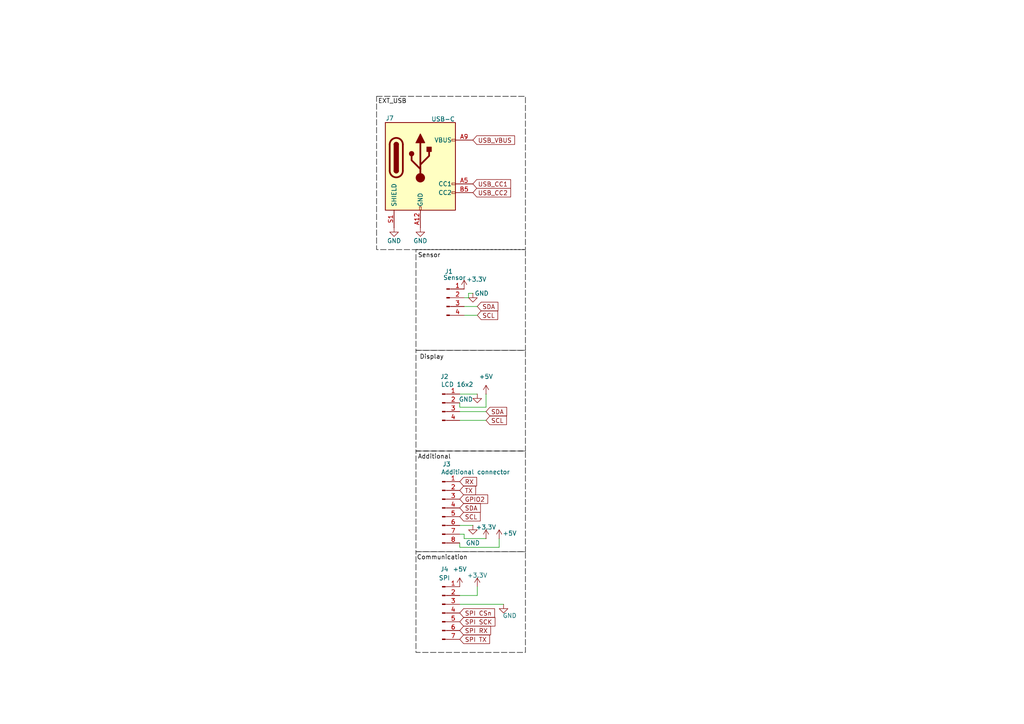
<source format=kicad_sch>
(kicad_sch (version 20250114) (generator "eeschema") (generator_version "9.0")
  (paper "A4")
  (title_block (title "Raspberry Pi Pico Logger - Connectors") (date "2025-06-21") (rev "2.0") (company "Creator: Piotr Kłyś"))
  (lib_symbols
    (symbol "Connector:Conn_01x04_Pin" (pin_names (offset 1.016) (hide yes))
      (property "Reference" "J" (at 0 5.08 0))
      (property "Value" "Conn_01x04_Pin" (at 0 -7.62 0))
      (symbol "Conn_01x04_Pin_1_1"
        (rectangle (start 0.8636 2.667) (end 0 2.413) (stroke (width 0.1524)) (fill (type outline)))
        (rectangle (start 0.8636 0.127) (end 0 -0.127) (stroke (width 0.1524)) (fill (type outline)))
        (rectangle (start 0.8636 -2.413) (end 0 -2.667) (stroke (width 0.1524)) (fill (type outline)))
        (rectangle (start 0.8636 -4.953) (end 0 -5.207) (stroke (width 0.1524)) (fill (type outline)))
        (polyline (pts (xy 1.27 2.54) (xy 0.8636 2.54)) (stroke (width 0.1524)))
        (polyline (pts (xy 1.27 0) (xy 0.8636 0)) (stroke (width 0.1524)))
        (polyline (pts (xy 1.27 -2.54) (xy 0.8636 -2.54)) (stroke (width 0.1524)))
        (polyline (pts (xy 1.27 -5.08) (xy 0.8636 -5.08)) (stroke (width 0.1524)))
        (pin passive line (at 5.08 2.54 180) (length 3.81) (name "Pin_1") (number "1"))
        (pin passive line (at 5.08 0 180) (length 3.81) (name "Pin_2") (number "2"))
        (pin passive line (at 5.08 -2.54 180) (length 3.81) (name "Pin_3") (number "3"))
        (pin passive line (at 5.08 -5.08 180) (length 3.81) (name "Pin_4") (number "4"))
      )
    )
    (symbol "Connector:Conn_01x07_Pin" (pin_names (offset 1.016) (hide yes))
      (property "Reference" "J" (at 0 10.16 0))
      (property "Value" "Conn_01x07_Pin" (at 0 -10.16 0))
      (symbol "Conn_01x07_Pin_1_1"
        (rectangle (start 0.8636 7.747) (end 0 7.493) (stroke (width 0.1524)) (fill (type outline)))
        (rectangle (start 0.8636 5.207) (end 0 4.953) (stroke (width 0.1524)) (fill (type outline)))
        (rectangle (start 0.8636 2.667) (end 0 2.413) (stroke (width 0.1524)) (fill (type outline)))
        (rectangle (start 0.8636 0.127) (end 0 -0.127) (stroke (width 0.1524)) (fill (type outline)))
        (rectangle (start 0.8636 -2.413) (end 0 -2.667) (stroke (width 0.1524)) (fill (type outline)))
        (rectangle (start 0.8636 -4.953) (end 0 -5.207) (stroke (width 0.1524)) (fill (type outline)))
        (rectangle (start 0.8636 -7.493) (end 0 -7.747) (stroke (width 0.1524)) (fill (type outline)))
        (polyline (pts (xy 1.27 7.62) (xy 0.8636 7.62)) (stroke (width 0.1524)))
        (polyline (pts (xy 1.27 5.08) (xy 0.8636 5.08)) (stroke (width 0.1524)))
        (polyline (pts (xy 1.27 2.54) (xy 0.8636 2.54)) (stroke (width 0.1524)))
        (polyline (pts (xy 1.27 0) (xy 0.8636 0)) (stroke (width 0.1524)))
        (polyline (pts (xy 1.27 -2.54) (xy 0.8636 -2.54)) (stroke (width 0.1524)))
        (polyline (pts (xy 1.27 -5.08) (xy 0.8636 -5.08)) (stroke (width 0.1524)))
        (polyline (pts (xy 1.27 -7.62) (xy 0.8636 -7.62)) (stroke (width 0.1524)))
        (pin passive line (at 5.08 7.62 180) (length 3.81) (name "Pin_1") (number "1"))
        (pin passive line (at 5.08 5.08 180) (length 3.81) (name "Pin_2") (number "2"))
        (pin passive line (at 5.08 2.54 180) (length 3.81) (name "Pin_3") (number "3"))
        (pin passive line (at 5.08 0 180) (length 3.81) (name "Pin_4") (number "4"))
        (pin passive line (at 5.08 -2.54 180) (length 3.81) (name "Pin_5") (number "5"))
        (pin passive line (at 5.08 -5.08 180) (length 3.81) (name "Pin_6") (number "6"))
        (pin passive line (at 5.08 -7.62 180) (length 3.81) (name "Pin_7") (number "7"))
      )
    )
    (symbol "Connector:Conn_01x08_Pin" (pin_names (offset 1.016) (hide yes))
      (property "Reference" "J" (at 0 10.16 0))
      (property "Value" "Conn_01x08_Pin" (at 0 -12.7 0))
      (symbol "Conn_01x08_Pin_1_1"
        (rectangle (start 0.8636 7.747) (end 0 7.493) (stroke (width 0.1524)) (fill (type outline)))
        (rectangle (start 0.8636 5.207) (end 0 4.953) (stroke (width 0.1524)) (fill (type outline)))
        (rectangle (start 0.8636 2.667) (end 0 2.413) (stroke (width 0.1524)) (fill (type outline)))
        (rectangle (start 0.8636 0.127) (end 0 -0.127) (stroke (width 0.1524)) (fill (type outline)))
        (rectangle (start 0.8636 -2.413) (end 0 -2.667) (stroke (width 0.1524)) (fill (type outline)))
        (rectangle (start 0.8636 -4.953) (end 0 -5.207) (stroke (width 0.1524)) (fill (type outline)))
        (rectangle (start 0.8636 -7.493) (end 0 -7.747) (stroke (width 0.1524)) (fill (type outline)))
        (rectangle (start 0.8636 -10.033) (end 0 -10.287) (stroke (width 0.1524)) (fill (type outline)))
        (polyline (pts (xy 1.27 7.62) (xy 0.8636 7.62)) (stroke (width 0.1524)))
        (polyline (pts (xy 1.27 5.08) (xy 0.8636 5.08)) (stroke (width 0.1524)))
        (polyline (pts (xy 1.27 2.54) (xy 0.8636 2.54)) (stroke (width 0.1524)))
        (polyline (pts (xy 1.27 0) (xy 0.8636 0)) (stroke (width 0.1524)))
        (polyline (pts (xy 1.27 -2.54) (xy 0.8636 -2.54)) (stroke (width 0.1524)))
        (polyline (pts (xy 1.27 -5.08) (xy 0.8636 -5.08)) (stroke (width 0.1524)))
        (polyline (pts (xy 1.27 -7.62) (xy 0.8636 -7.62)) (stroke (width 0.1524)))
        (polyline (pts (xy 1.27 -10.16) (xy 0.8636 -10.16)) (stroke (width 0.1524)))
        (pin passive line (at 5.08 7.62 180) (length 3.81) (name "Pin_1") (number "1"))
        (pin passive line (at 5.08 5.08 180) (length 3.81) (name "Pin_2") (number "2"))
        (pin passive line (at 5.08 2.54 180) (length 3.81) (name "Pin_3") (number "3"))
        (pin passive line (at 5.08 0 180) (length 3.81) (name "Pin_4") (number "4"))
        (pin passive line (at 5.08 -2.54 180) (length 3.81) (name "Pin_5") (number "5"))
        (pin passive line (at 5.08 -5.08 180) (length 3.81) (name "Pin_6") (number "6"))
        (pin passive line (at 5.08 -7.62 180) (length 3.81) (name "Pin_7") (number "7"))
        (pin passive line (at 5.08 -10.16 180) (length 3.81) (name "Pin_8") (number "8"))
      )
    )
    (symbol "Connector:USB_C_Receptacle_PowerOnly_6P" (pin_names (offset 1.016))
      (property "Reference" "J" (at 0 16.51 0))
      (property "Value" "USB_C_Receptacle_PowerOnly_6P" (at 0 13.97 0))
      (symbol "USB_C_Receptacle_PowerOnly_6P_0_0"
        (rectangle (start -0.254 -12.7) (end 0.254 -11.684))
        (rectangle (start 10.16 7.874) (end 9.144 7.366))
        (rectangle (start 10.16 -4.826) (end 9.144 -5.334))
        (rectangle (start 10.16 -7.366) (end 9.144 -7.874))
      )
      (symbol "USB_C_Receptacle_PowerOnly_6P_0_1"
        (rectangle (start -10.16 12.7) (end 10.16 -12.7) (stroke (width 0.254)) (fill (type background)))
        (polyline (pts (xy -8.89 -1.27) (xy -8.89 6.35)) (stroke (width 0.508)))
        (rectangle (start -7.62 -1.27) (end -6.35 6.35) (stroke (width 0.254)) (fill (type outline)))
        (arc (start -7.62 6.35) (mid -6.985 6.9823) (end -6.35 6.35) (stroke (width 0.254)))
        (arc (start -7.62 6.35) (mid -6.985 6.9823) (end -6.35 6.35) (stroke (width 0.254)) (fill (type outline)))
        (arc (start -8.89 6.35) (mid -6.985 8.2467) (end -5.08 6.35) (stroke (width 0.508)))
        (arc (start -5.08 -1.27) (mid -6.985 -3.1667) (end -8.89 -1.27) (stroke (width 0.508)))
        (arc (start -6.35 -1.27) (mid -6.985 -1.9023) (end -7.62 -1.27) (stroke (width 0.254)))
        (arc (start -6.35 -1.27) (mid -6.985 -1.9023) (end -7.62 -1.27) (stroke (width 0.254)) (fill (type outline)))
        (polyline (pts (xy -5.08 6.35) (xy -5.08 -1.27)) (stroke (width 0.508)))
        (circle (center -2.54 3.683) (radius 0.635) (stroke (width 0.254)) (fill (type outline)))
        (polyline (pts (xy -1.27 6.858) (xy 0 9.398) (xy 1.27 6.858) (xy -1.27 6.858)) (stroke (width 0.254)) (fill (type outline)))
        (polyline (pts (xy 0 0.508) (xy 2.54 3.048) (xy 2.54 4.318)) (stroke (width 0.508)))
        (polyline (pts (xy 0 -0.762) (xy -2.54 1.778) (xy -2.54 3.048)) (stroke (width 0.508)))
        (polyline (pts (xy 0 -3.302) (xy 0 6.858)) (stroke (width 0.508)))
        (circle (center 0 -3.302) (radius 1.27) (fill (type outline)))
        (rectangle (start 1.905 4.318) (end 3.175 5.588) (stroke (width 0.254)) (fill (type outline)))
      )
      (symbol "USB_C_Receptacle_PowerOnly_6P_1_1"
        (pin passive line (at -7.62 -17.78 90) (length 5.08) (name "SHIELD") (number "S1"))
        (pin passive line (at 0 -17.78 90) (length 5.08) (name "GND") (number "A12"))
        (pin passive line (at 0 -17.78 90) (length 5.08) (hide yes) (name "GND") (number "B12"))
        (pin passive line (at 15.24 7.62 180) (length 5.08) (name "VBUS") (number "A9"))
        (pin passive line (at 15.24 7.62 180) (length 5.08) (hide yes) (name "VBUS") (number "B9"))
        (pin bidirectional line (at 15.24 -5.08 180) (length 5.08) (name "CC1") (number "A5"))
        (pin bidirectional line (at 15.24 -7.62 180) (length 5.08) (name "CC2") (number "B5"))
      )
    )
    (symbol "power:+3.3V" (power) (pin_numbers (hide yes)) (pin_names (offset 0) (hide yes))
      (property "Value" "+3.3V" (at 0 3.556 0))
      (symbol "+3.3V_0_1"
        (polyline (pts (xy -0.762 1.27) (xy 0 2.54)))
        (polyline (pts (xy 0 2.54) (xy 0.762 1.27)))
        (polyline (pts (xy 0 0) (xy 0 2.54)))
      )
      (symbol "+3.3V_1_1"
        (pin power_in line (at 0 0 90) (length 0) (name "~") (number "1"))
      )
    )
    (symbol "power:+5V" (power) (pin_numbers (hide yes)) (pin_names (offset 0) (hide yes))
      (property "Value" "+5V" (at 0 3.556 0))
      (symbol "+5V_0_1"
        (polyline (pts (xy -0.762 1.27) (xy 0 2.54)))
        (polyline (pts (xy 0 2.54) (xy 0.762 1.27)))
        (polyline (pts (xy 0 0) (xy 0 2.54)))
      )
      (symbol "+5V_1_1"
        (pin power_in line (at 0 0 90) (length 0) (name "~") (number "1"))
      )
    )
    (symbol "power:GND" (power) (pin_numbers (hide yes)) (pin_names (offset 0) (hide yes))
      (property "Value" "GND" (at 0 -3.81 0))
      (symbol "GND_0_1"
        (polyline (pts (xy 0 0) (xy 0 -1.27) (xy 1.27 -1.27) (xy 0 -2.54) (xy -1.27 -1.27) (xy 0 -1.27)))
      )
      (symbol "GND_1_1"
        (pin power_in line (at 0 0 270) (length 0) (name "~") (number "1"))
      )
    )
  )
  (rectangle (start 120.65 130.81) (end 152.4 160.02) (stroke (width 0) (type dash) (color 0 0 0 1)))
  (rectangle (start 120.65 101.6) (end 152.4 130.81) (stroke (width 0) (type dash) (color 0 0 0 1)))
  (rectangle (start 120.65 160.02) (end 152.4 189.23) (stroke (width 0) (type dash) (color 0 0 0 1)))
  (rectangle (start 109.22 27.94) (end 152.4 72.39) (stroke (width 0) (type dash) (color 0 0 0 1)))
  (rectangle (start 120.65 72.39) (end 152.4 101.6) (stroke (width 0) (type dash) (color 0 0 0 1)))
  (text "EXT_USB" (at 113.792 29.464 0) (effects (font (size 1.27 1.27))))
  (text "Additional" (at 125.984 132.588 0) (effects (font (size 1.27 1.27))))
  (text "Sensor " (at 124.968 74.168 0) (effects (font (size 1.27 1.27))))
  (text "Display" (at 125.222 103.632 0) (effects (font (size 1.27 1.27))))
  (text "Communication" (at 128.27 161.798 0) (effects (font (size 1.27 1.27))))
  (wire (pts (xy 134.62 91.44) (xy 138.43 91.44)))
  (wire (pts (xy 133.35 119.38) (xy 140.97 119.38)))
  (wire (pts (xy 133.35 154.94) (xy 134.62 154.94)))
  (wire (pts (xy 133.35 172.72) (xy 138.43 172.72)))
  (wire (pts (xy 133.35 118.11) (xy 133.35 116.84)))
  (wire (pts (xy 140.97 156.21) (xy 134.62 156.21)))
  (wire (pts (xy 133.35 121.92) (xy 140.97 121.92)))
  (wire (pts (xy 144.78 156.21) (xy 144.78 158.75)))
  (wire (pts (xy 135.89 85.09) (xy 135.89 86.36)))
  (wire (pts (xy 135.89 85.09) (xy 137.16 85.09)))
  (wire (pts (xy 144.78 158.75) (xy 133.35 158.75)))
  (wire (pts (xy 134.62 88.9) (xy 138.43 88.9)))
  (wire (pts (xy 140.97 114.3) (xy 140.97 118.11)))
  (wire (pts (xy 133.35 158.75) (xy 133.35 157.48)))
  (wire (pts (xy 133.35 152.4) (xy 137.16 152.4)))
  (wire (pts (xy 133.35 175.26) (xy 146.05 175.26)))
  (wire (pts (xy 134.62 156.21) (xy 134.62 154.94)))
  (wire (pts (xy 138.43 170.18) (xy 138.43 172.72)))
  (wire (pts (xy 133.35 118.11) (xy 140.97 118.11)))
  (wire (pts (xy 135.89 86.36) (xy 134.62 86.36)))
  (wire (pts (xy 133.35 114.3) (xy 138.43 114.3)))
  (global_label "USB_CC2" (shape input) (at 137.16 55.88 0) (property "Intersheetrefs" "${INTERSHEET_REFS}" (effects (hide yes))))
  (global_label "USB_VBUS" (shape input) (at 137.16 40.64 0) (property "Intersheetrefs" "${INTERSHEET_REFS}" (effects (hide yes))))
  (global_label "SCL" (shape input) (at 138.43 91.44 0) (property "Intersheetrefs" "${INTERSHEET_REFS}" (effects (hide yes))))
  (global_label "SCL" (shape input) (at 133.35 149.86 0) (property "Intersheetrefs" "${INTERSHEET_REFS}" (effects (hide yes))))
  (global_label "SPI CSn" (shape input) (at 133.35 177.8 0) (property "Intersheetrefs" "${INTERSHEET_REFS}" (effects (hide yes))))
  (global_label "SCL" (shape input) (at 140.97 121.92 0) (property "Intersheetrefs" "${INTERSHEET_REFS}" (effects (hide yes))))
  (global_label "SPI RX" (shape input) (at 133.35 182.88 0) (property "Intersheetrefs" "${INTERSHEET_REFS}" (effects (hide yes))))
  (global_label "SDA" (shape input) (at 140.97 119.38 0) (property "Intersheetrefs" "${INTERSHEET_REFS}" (effects (hide yes))))
  (global_label "RX" (shape input) (at 133.35 139.7 0) (property "Intersheetrefs" "${INTERSHEET_REFS}" (effects (hide yes))))
  (global_label "USB_CC1" (shape input) (at 137.16 53.34 0) (property "Intersheetrefs" "${INTERSHEET_REFS}" (effects (hide yes))))
  (global_label "SPI SCK" (shape input) (at 133.35 180.34 0) (property "Intersheetrefs" "${INTERSHEET_REFS}" (effects (hide yes))))
  (global_label "TX" (shape input) (at 133.35 142.24 0) (property "Intersheetrefs" "${INTERSHEET_REFS}" (effects (hide yes))))
  (global_label "SPI TX" (shape input) (at 133.35 185.42 0) (property "Intersheetrefs" "${INTERSHEET_REFS}" (effects (hide yes))))
  (global_label "GPIO2" (shape input) (at 133.35 144.78 0) (property "Intersheetrefs" "${INTERSHEET_REFS}" (effects (hide yes))))
  (global_label "SDA" (shape input) (at 138.43 88.9 0) (property "Intersheetrefs" "${INTERSHEET_REFS}" (effects (hide yes))))
  (global_label "SDA" (shape input) (at 133.35 147.32 0) (property "Intersheetrefs" "${INTERSHEET_REFS}" (effects (hide yes))))
  (symbol (lib_id "Connector:Conn_01x08_Pin") (at 128.27 147.32 0) (unit 1)
    (property "Reference" "J3" (at 129.54 134.62 0))
    (property "Value" "Additional connector" (at 137.922 136.906 0))
    (property "Footprint" "Connector_PinHeader_2.54mm:PinHeader_1x08_P2.54mm_Horizontal" (effects (hide yes)))
    (property "Description" "Generic connector, single row, 01x08, script generated" (effects (hide yes)))
  )
  (symbol (lib_id "Connector:Conn_01x07_Pin") (at 128.27 177.8 0) (unit 1)
    (property "Reference" "J4" (at 128.905 165.1 0))
    (property "Value" "SPI" (at 128.905 167.64 0))
    (property "Footprint" "Connector_PinHeader_2.54mm:PinHeader_1x07_P2.54mm_Horizontal" (effects (hide yes)))
    (property "Description" "Generic connector, single row, 01x07, script generated" (effects (hide yes)))
  )
  (symbol (lib_id "Connector:Conn_01x04_Pin") (at 128.27 116.84 0) (unit 1)
    (property "Reference" "J2" (at 128.905 109.22 0))
    (property "Value" "LCD 16x2" (at 132.588 111.506 0))
    (property "Footprint" "Connector_PinHeader_2.54mm:PinHeader_1x04_P2.54mm_Vertical" (effects (hide yes)))
    (property "Description" "Generic connector, single row, 01x04, script generated" (effects (hide yes)))
  )
  (symbol (lib_id "power:+3.3V") (at 140.97 156.21 0) (unit 1)
    (property "Reference" "#PWR022" (effects (hide yes)))
    (property "Value" "+3.3V" (at 140.97 152.908 0))
    (property "Description" "Power symbol creates a global label with name \"+3.3V\"" (effects (hide yes)))
  )
  (symbol (lib_id "power:+3.3V") (at 138.43 170.18 0) (unit 1)
    (property "Reference" "#PWR032" (effects (hide yes)))
    (property "Value" "+3.3V" (at 138.43 166.878 0))
    (property "Description" "Power symbol creates a global label with name \"+3.3V\"" (effects (hide yes)))
  )
  (symbol (lib_id "power:+5V") (at 133.35 170.18 0) (unit 1)
    (property "Reference" "#PWR031" (effects (hide yes)))
    (property "Value" "+5V" (at 133.35 165.1 0))
    (property "Description" "Power symbol creates a global label with name \"+5V\"" (effects (hide yes)))
  )
  (symbol (lib_id "power:GND") (at 137.16 152.4 0) (unit 1)
    (property "Reference" "#PWR012" (effects (hide yes)))
    (property "Value" "GND" (at 137.16 157.48 0))
    (property "Description" "Power symbol creates a global label with name \"GND\" , ground" (effects (hide yes)))
  )
  (symbol (lib_id "Connector:USB_C_Receptacle_PowerOnly_6P") (at 121.92 48.26 0) (unit 1)
    (property "Reference" "J7" (at 113.03 34.29 0))
    (property "Value" "USB-C" (at 128.524 34.544 0))
    (property "Footprint" "Connector_USB:USB_C_Receptacle_GCT_USB4125-xx-x_6P_TopMnt_Horizontal" (effects (hide yes)))
    (property "Datasheet" "https://www.usb.org/sites/default/files/documents/usb_type-c.zip" (effects (hide yes)))
    (property "Description" "USB Power-Only 6P Type-C Receptacle connector" (effects (hide yes)))
  )
  (symbol (lib_id "power:GND") (at 146.05 175.26 0) (unit 1)
    (property "Reference" "#PWR030" (effects (hide yes)))
    (property "Value" "GND" (at 147.828 178.562 0))
    (property "Description" "Power symbol creates a global label with name \"GND\" , ground" (effects (hide yes)))
  )
  (symbol (lib_id "power:+5V") (at 144.78 156.21 0) (unit 1)
    (property "Reference" "#PWR023" (effects (hide yes)))
    (property "Value" "+5V" (at 147.828 154.686 0))
    (property "Description" "Power symbol creates a global label with name \"+5V\"" (effects (hide yes)))
  )
  (symbol (lib_id "power:GND") (at 137.16 85.09 0) (unit 1)
    (property "Reference" "#PWR014" (effects (hide yes)))
    (property "Value" "GND" (at 139.7 85.09 0))
    (property "Description" "Power symbol creates a global label with name \"GND\" , ground" (effects (hide yes)))
  )
  (symbol (lib_id "Connector:Conn_01x04_Pin") (at 129.54 86.36 0) (unit 1)
    (property "Reference" "J1" (at 130.175 78.74 0))
    (property "Value" "Sensor" (at 131.826 80.518 0))
    (property "Footprint" "Connector_PinHeader_2.54mm:PinHeader_1x04_P2.54mm_Vertical" (effects (hide yes)))
    (property "Description" "Generic connector, single row, 01x04, script generated" (effects (hide yes)))
  )
  (symbol (lib_id "power:+3.3V") (at 134.62 83.82 0) (unit 1)
    (property "Reference" "#PWR020" (effects (hide yes)))
    (property "Value" "+3.3V" (at 138.176 81.026 0))
    (property "Description" "Power symbol creates a global label with name \"+3.3V\"" (effects (hide yes)))
  )
  (symbol (lib_id "power:GND") (at 138.43 114.3 0) (unit 1)
    (property "Reference" "#PWR013" (effects (hide yes)))
    (property "Value" "GND" (at 135.128 115.824 0))
    (property "Description" "Power symbol creates a global label with name \"GND\" , ground" (effects (hide yes)))
  )
  (symbol (lib_id "power:GND") (at 121.92 66.04 0) (unit 1)
    (property "Reference" "#PWR059" (effects (hide yes)))
    (property "Value" "GND" (at 121.92 69.85 0))
    (property "Description" "Power symbol creates a global label with name \"GND\" , ground" (effects (hide yes)))
  )
  (symbol (lib_id "power:+5V") (at 140.97 114.3 0) (unit 1)
    (property "Reference" "#PWR019" (effects (hide yes)))
    (property "Value" "+5V" (at 140.97 109.22 0))
    (property "Description" "Power symbol creates a global label with name \"+5V\"" (effects (hide yes)))
  )
  (symbol (lib_id "power:GND") (at 114.3 66.04 0) (unit 1)
    (property "Reference" "#PWR058" (effects (hide yes)))
    (property "Value" "GND" (at 114.3 69.85 0))
    (property "Description" "Power symbol creates a global label with name \"GND\" , ground" (effects (hide yes)))
  )
)
</source>
